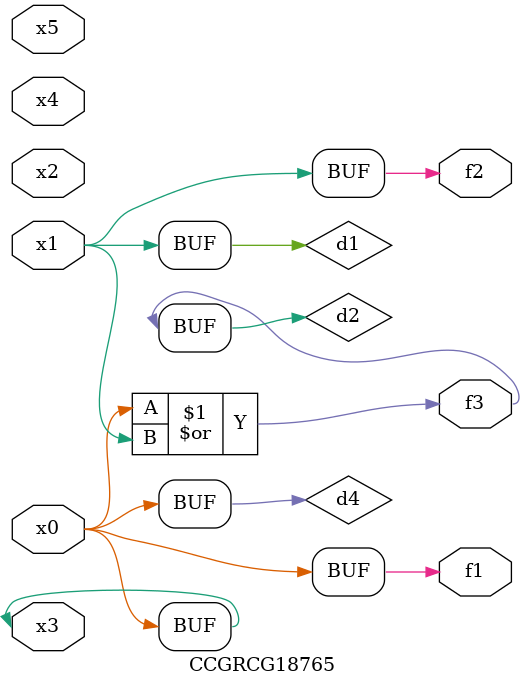
<source format=v>
module CCGRCG18765(
	input x0, x1, x2, x3, x4, x5,
	output f1, f2, f3
);

	wire d1, d2, d3, d4;

	and (d1, x1);
	or (d2, x0, x1);
	nand (d3, x0, x5);
	buf (d4, x0, x3);
	assign f1 = d4;
	assign f2 = d1;
	assign f3 = d2;
endmodule

</source>
